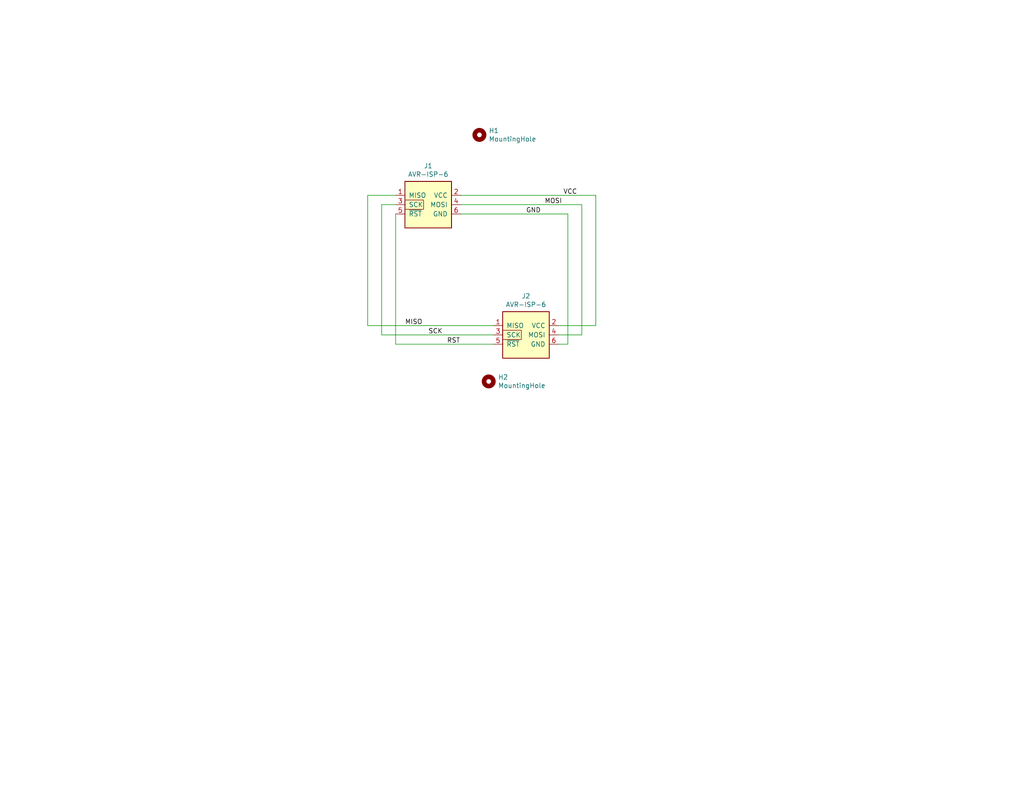
<source format=kicad_sch>
(kicad_sch (version 20211123) (generator eeschema)
  (paper "USLetter")
  (title_block (title "ISP SMT POGO 6P") (date "2021-11-03") (rev "A") (company "Alpenglow Industries") (comment 2 "ISP-0003") (comment 3 "R WRIGHT / C SUNDRA"))
  (lib_symbols
    (symbol "Alpenglow:AVR-ISP-6" (pin_names (offset 1.016))
      (property "Reference" "J" (at 3.81 11.43 0))
      (property "Value" "AVR-ISP-6" (at -6.35 -3.81 0))
      (symbol "AVR-ISP-6_0_1"
        (rectangle (start -7.62 5.08) (end -2.54 2.54))
        (rectangle (start 5.08 10.16) (end -7.62 -2.54) (stroke (width 0.254)) (fill (type background)))
      )
      (symbol "AVR-ISP-6_1_1"
        (pin passive line (at -10.16 6.35 0) (length 2.54) (name "MISO") (number "1"))
        (pin passive line (at 7.62 6.35 180) (length 2.54) (name "VCC") (number "2"))
        (pin passive line (at -10.16 3.81 0) (length 2.54) (name "SCK") (number "3"))
        (pin passive line (at 7.62 3.81 180) (length 2.54) (name "MOSI") (number "4"))
        (pin passive line (at -10.16 1.27 0) (length 2.54) (name "~{RST}") (number "5"))
        (pin passive line (at 7.62 1.27 180) (length 2.54) (name "GND") (number "6"))
      )
    )
    (symbol "Mechanical:MountingHole" (pin_names (offset 1.016))
      (property "Reference" "H" (at 0 5.08 0))
      (property "Value" "MountingHole" (at 0 3.175 0))
      (symbol "MountingHole_0_1"
        (circle (center 0 0) (radius 1.27) (stroke (width 1.27)))
      )
    )
  )
  (wire (pts (xy 107.95 58.42) (xy 107.95 93.98)))
  (wire (pts (xy 158.75 55.88) (xy 158.75 91.44)))
  (wire (pts (xy 104.14 91.44) (xy 134.62 91.44)))
  (wire (pts (xy 162.56 88.9) (xy 152.4 88.9)))
  (wire (pts (xy 162.56 53.34) (xy 162.56 88.9)))
  (wire (pts (xy 100.33 53.34) (xy 100.33 88.9)))
  (wire (pts (xy 125.73 55.88) (xy 158.75 55.88)))
  (wire (pts (xy 107.95 93.98) (xy 134.62 93.98)))
  (wire (pts (xy 104.14 55.88) (xy 104.14 91.44)))
  (wire (pts (xy 125.73 58.42) (xy 154.94 58.42)))
  (wire (pts (xy 154.94 58.42) (xy 154.94 93.98)))
  (wire (pts (xy 125.73 53.34) (xy 162.56 53.34)))
  (wire (pts (xy 100.33 88.9) (xy 134.62 88.9)))
  (wire (pts (xy 107.95 53.34) (xy 100.33 53.34)))
  (wire (pts (xy 158.75 91.44) (xy 152.4 91.44)))
  (wire (pts (xy 107.95 55.88) (xy 104.14 55.88)))
  (wire (pts (xy 154.94 93.98) (xy 152.4 93.98)))
  (label "VCC" (at 153.67 53.34 0))
  (label "MOSI" (at 148.59 55.88 0))
  (label "SCK" (at 116.84 91.44 0))
  (label "GND" (at 143.51 58.42 0))
  (label "MISO" (at 110.49 88.9 0))
  (label "RST" (at 121.92 93.98 0))
  (symbol (lib_id "Alpenglow:AVR-ISP-6") (at 118.11 59.69 0) (unit 1)
    (property "Reference" "J1" (at 116.84 45.2882 0))
    (property "Value" "AVR-ISP-6" (at 116.84 47.5996 0))
    (property "Footprint" "Connector_IDC:IDC-Header_2x03_P2.54mm_Vertical" (effects hide))
    (property "Datasheet" " ~" (effects hide))
  )
  (symbol (lib_id "Alpenglow:AVR-ISP-6") (at 144.78 95.25 0) (unit 1)
    (property "Reference" "J2" (at 143.51 80.8482 0))
    (property "Value" "AVR-ISP-6" (at 143.51 83.1596 0))
    (property "Footprint" "Alpenglow:CONN-ISP-Pogo" (effects hide))
    (property "Datasheet" " ~" (effects hide))
  )
  (symbol (lib_id "Mechanical:MountingHole") (at 130.81 36.83 0) (unit 1)
    (property "Reference" "H1" (at 133.35 35.6616 0) (effects (justify left)))
    (property "Value" "MountingHole" (at 133.35 37.973 0) (effects (justify left)))
    (property "Footprint" "Alpenglow:MNTG-HOLE-440" (effects hide))
  )
  (symbol (lib_id "Mechanical:MountingHole") (at 133.35 104.14 0) (unit 1)
    (property "Reference" "H2" (at 135.89 102.9716 0) (effects (justify left)))
    (property "Value" "MountingHole" (at 135.89 105.283 0) (effects (justify left)))
    (property "Footprint" "Alpenglow:MNTG-HOLE-440" (effects hide))
  )
)
</source>
